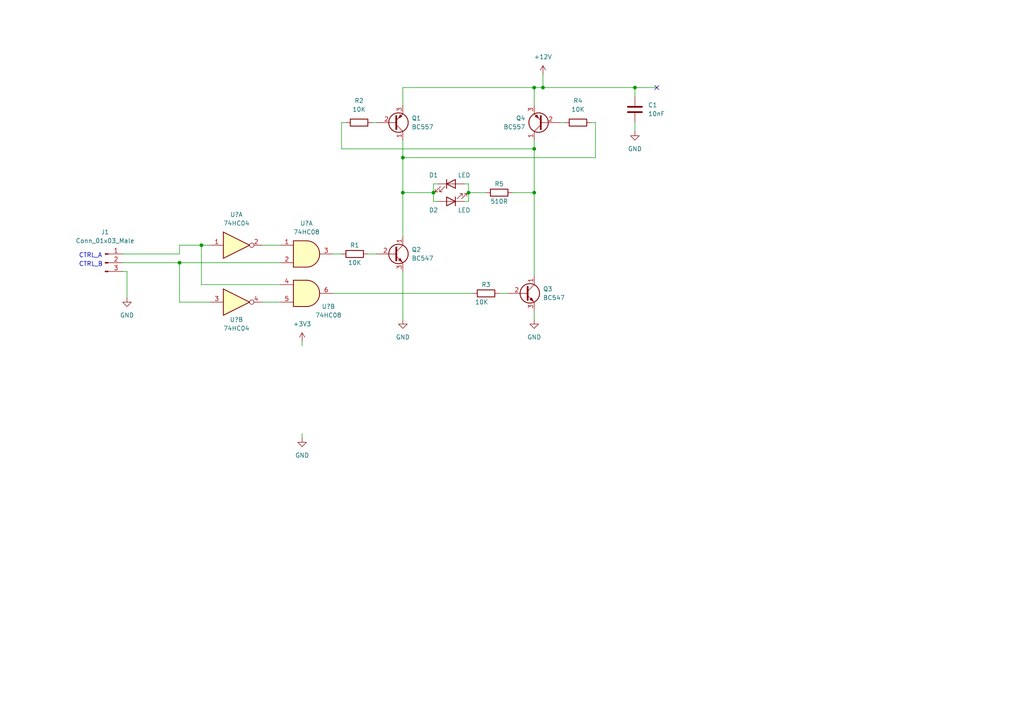
<source format=kicad_sch>
(kicad_sch (version 20211123) (generator eeschema)
  (paper "A4")
  (lib_symbols
    (symbol "74xx:74HC04"
      (property "Reference" "U" (at 0 1.27 0))
      (property "Value" "74HC04" (at 0 -1.27 0))
      (symbol "74HC04_1_0"
        (polyline (pts (xy -3.81 3.81) (xy -3.81 -3.81) (xy 3.81 0) (xy -3.81 3.81)) (stroke (width 0.254)) (fill (type background)))
        (pin input line (at -7.62 0 0) (length 3.81) (name "~") (number "1"))
        (pin output inverted (at 7.62 0 180) (length 3.81) (name "~") (number "2"))
      )
      (symbol "74HC04_2_0"
        (polyline (pts (xy -3.81 3.81) (xy -3.81 -3.81) (xy 3.81 0) (xy -3.81 3.81)) (stroke (width 0.254)) (fill (type background)))
        (pin input line (at -7.62 0 0) (length 3.81) (name "~") (number "3"))
        (pin output inverted (at 7.62 0 180) (length 3.81) (name "~") (number "4"))
      )
      (symbol "74HC04_3_0"
        (polyline (pts (xy -3.81 3.81) (xy -3.81 -3.81) (xy 3.81 0) (xy -3.81 3.81)) (stroke (width 0.254)) (fill (type background)))
        (pin input line (at -7.62 0 0) (length 3.81) (name "~") (number "5"))
        (pin output inverted (at 7.62 0 180) (length 3.81) (name "~") (number "6"))
      )
      (symbol "74HC04_4_0"
        (polyline (pts (xy -3.81 3.81) (xy -3.81 -3.81) (xy 3.81 0) (xy -3.81 3.81)) (stroke (width 0.254)) (fill (type background)))
        (pin output inverted (at 7.62 0 180) (length 3.81) (name "~") (number "8"))
        (pin input line (at -7.62 0 0) (length 3.81) (name "~") (number "9"))
      )
      (symbol "74HC04_5_0"
        (polyline (pts (xy -3.81 3.81) (xy -3.81 -3.81) (xy 3.81 0) (xy -3.81 3.81)) (stroke (width 0.254)) (fill (type background)))
        (pin output inverted (at 7.62 0 180) (length 3.81) (name "~") (number "10"))
        (pin input line (at -7.62 0 0) (length 3.81) (name "~") (number "11"))
      )
      (symbol "74HC04_6_0"
        (polyline (pts (xy -3.81 3.81) (xy -3.81 -3.81) (xy 3.81 0) (xy -3.81 3.81)) (stroke (width 0.254)) (fill (type background)))
        (pin output inverted (at 7.62 0 180) (length 3.81) (name "~") (number "12"))
        (pin input line (at -7.62 0 0) (length 3.81) (name "~") (number "13"))
      )
      (symbol "74HC04_7_0"
        (pin power_in line (at 0 12.7 270) (length 5.08) (name "VCC") (number "14"))
        (pin power_in line (at 0 -12.7 90) (length 5.08) (name "GND") (number "7"))
      )
      (symbol "74HC04_7_1"
        (rectangle (start -5.08 7.62) (end 5.08 -7.62) (stroke (width 0.254)) (fill (type background)))
      )
    )
    (symbol "74xx:74LS08" (pin_names (offset 1.016))
      (property "Reference" "U" (at 0 1.27 0))
      (property "Value" "74LS08" (at 0 -1.27 0))
      (symbol "74LS08_1_1"
        (arc (start 0 -3.81) (mid 3.81 0) (end 0 3.81) (stroke (width 0.254)) (fill (type background)))
        (polyline (pts (xy 0 3.81) (xy -3.81 3.81) (xy -3.81 -3.81) (xy 0 -3.81)) (stroke (width 0.254)) (fill (type background)))
        (pin input line (at -7.62 2.54 0) (length 3.81) (name "~") (number "1"))
        (pin input line (at -7.62 -2.54 0) (length 3.81) (name "~") (number "2"))
        (pin output line (at 7.62 0 180) (length 3.81) (name "~") (number "3"))
      )
      (symbol "74LS08_1_2"
        (arc (start -3.81 -3.81) (mid -2.589 0) (end -3.81 3.81) (stroke (width 0.254)))
        (arc (start -0.6096 -3.81) (mid 2.1855 -2.584) (end 3.81 0) (stroke (width 0.254)) (fill (type background)))
        (polyline (pts (xy -3.81 -3.81) (xy -0.635 -3.81)) (stroke (width 0.254)) (fill (type background)))
        (polyline (pts (xy -3.81 3.81) (xy -0.635 3.81)) (stroke (width 0.254)) (fill (type background)))
        (polyline (pts (xy -0.635 3.81) (xy -3.81 3.81) (xy -3.81 3.81) (xy -3.556 3.4036) (xy -3.0226 2.2606) (xy -2.6924 1.0414) (xy -2.6162 -0.254) (xy -2.7686 -1.4986) (xy -3.175 -2.7178) (xy -3.81 -3.81) (xy -3.81 -3.81) (xy -0.635 -3.81)) (stroke (width -25.4)) (fill (type background)))
        (arc (start 3.81 0) (mid 2.1928 2.5925) (end -0.6096 3.81) (stroke (width 0.254)) (fill (type background)))
        (pin input inverted (at -7.62 2.54 0) (length 4.318) (name "~") (number "1"))
        (pin input inverted (at -7.62 -2.54 0) (length 4.318) (name "~") (number "2"))
        (pin output inverted (at 7.62 0 180) (length 3.81) (name "~") (number "3"))
      )
      (symbol "74LS08_2_1"
        (arc (start 0 -3.81) (mid 3.81 0) (end 0 3.81) (stroke (width 0.254)) (fill (type background)))
        (polyline (pts (xy 0 3.81) (xy -3.81 3.81) (xy -3.81 -3.81) (xy 0 -3.81)) (stroke (width 0.254)) (fill (type background)))
        (pin input line (at -7.62 2.54 0) (length 3.81) (name "~") (number "4"))
        (pin input line (at -7.62 -2.54 0) (length 3.81) (name "~") (number "5"))
        (pin output line (at 7.62 0 180) (length 3.81) (name "~") (number "6"))
      )
      (symbol "74LS08_2_2"
        (arc (start -3.81 -3.81) (mid -2.589 0) (end -3.81 3.81) (stroke (width 0.254)))
        (arc (start -0.6096 -3.81) (mid 2.1855 -2.584) (end 3.81 0) (stroke (width 0.254)) (fill (type background)))
        (polyline (pts (xy -3.81 -3.81) (xy -0.635 -3.81)) (stroke (width 0.254)) (fill (type background)))
        (polyline (pts (xy -3.81 3.81) (xy -0.635 3.81)) (stroke (width 0.254)) (fill (type background)))
        (polyline (pts (xy -0.635 3.81) (xy -3.81 3.81) (xy -3.81 3.81) (xy -3.556 3.4036) (xy -3.0226 2.2606) (xy -2.6924 1.0414) (xy -2.6162 -0.254) (xy -2.7686 -1.4986) (xy -3.175 -2.7178) (xy -3.81 -3.81) (xy -3.81 -3.81) (xy -0.635 -3.81)) (stroke (width -25.4)) (fill (type background)))
        (arc (start 3.81 0) (mid 2.1928 2.5925) (end -0.6096 3.81) (stroke (width 0.254)) (fill (type background)))
        (pin input inverted (at -7.62 2.54 0) (length 4.318) (name "~") (number "4"))
        (pin input inverted (at -7.62 -2.54 0) (length 4.318) (name "~") (number "5"))
        (pin output inverted (at 7.62 0 180) (length 3.81) (name "~") (number "6"))
      )
      (symbol "74LS08_3_1"
        (arc (start 0 -3.81) (mid 3.81 0) (end 0 3.81) (stroke (width 0.254)) (fill (type background)))
        (polyline (pts (xy 0 3.81) (xy -3.81 3.81) (xy -3.81 -3.81) (xy 0 -3.81)) (stroke (width 0.254)) (fill (type background)))
        (pin input line (at -7.62 -2.54 0) (length 3.81) (name "~") (number "10"))
        (pin output line (at 7.62 0 180) (length 3.81) (name "~") (number "8"))
        (pin input line (at -7.62 2.54 0) (length 3.81) (name "~") (number "9"))
      )
      (symbol "74LS08_3_2"
        (arc (start -3.81 -3.81) (mid -2.589 0) (end -3.81 3.81) (stroke (width 0.254)))
        (arc (start -0.6096 -3.81) (mid 2.1855 -2.584) (end 3.81 0) (stroke (width 0.254)) (fill (type background)))
        (polyline (pts (xy -3.81 -3.81) (xy -0.635 -3.81)) (stroke (width 0.254)) (fill (type background)))
        (polyline (pts (xy -3.81 3.81) (xy -0.635 3.81)) (stroke (width 0.254)) (fill (type background)))
        (polyline (pts (xy -0.635 3.81) (xy -3.81 3.81) (xy -3.81 3.81) (xy -3.556 3.4036) (xy -3.0226 2.2606) (xy -2.6924 1.0414) (xy -2.6162 -0.254) (xy -2.7686 -1.4986) (xy -3.175 -2.7178) (xy -3.81 -3.81) (xy -3.81 -3.81) (xy -0.635 -3.81)) (stroke (width -25.4)) (fill (type background)))
        (arc (start 3.81 0) (mid 2.1928 2.5925) (end -0.6096 3.81) (stroke (width 0.254)) (fill (type background)))
        (pin input inverted (at -7.62 -2.54 0) (length 4.318) (name "~") (number "10"))
        (pin output inverted (at 7.62 0 180) (length 3.81) (name "~") (number "8"))
        (pin input inverted (at -7.62 2.54 0) (length 4.318) (name "~") (number "9"))
      )
      (symbol "74LS08_4_1"
        (arc (start 0 -3.81) (mid 3.81 0) (end 0 3.81) (stroke (width 0.254)) (fill (type background)))
        (polyline (pts (xy 0 3.81) (xy -3.81 3.81) (xy -3.81 -3.81) (xy 0 -3.81)) (stroke (width 0.254)) (fill (type background)))
        (pin output line (at 7.62 0 180) (length 3.81) (name "~") (number "11"))
        (pin input line (at -7.62 2.54 0) (length 3.81) (name "~") (number "12"))
        (pin input line (at -7.62 -2.54 0) (length 3.81) (name "~") (number "13"))
      )
      (symbol "74LS08_4_2"
        (arc (start -3.81 -3.81) (mid -2.589 0) (end -3.81 3.81) (stroke (width 0.254)))
        (arc (start -0.6096 -3.81) (mid 2.1855 -2.584) (end 3.81 0) (stroke (width 0.254)) (fill (type background)))
        (polyline (pts (xy -3.81 -3.81) (xy -0.635 -3.81)) (stroke (width 0.254)) (fill (type background)))
        (polyline (pts (xy -3.81 3.81) (xy -0.635 3.81)) (stroke (width 0.254)) (fill (type background)))
        (polyline (pts (xy -0.635 3.81) (xy -3.81 3.81) (xy -3.81 3.81) (xy -3.556 3.4036) (xy -3.0226 2.2606) (xy -2.6924 1.0414) (xy -2.6162 -0.254) (xy -2.7686 -1.4986) (xy -3.175 -2.7178) (xy -3.81 -3.81) (xy -3.81 -3.81) (xy -0.635 -3.81)) (stroke (width -25.4)) (fill (type background)))
        (arc (start 3.81 0) (mid 2.1928 2.5925) (end -0.6096 3.81) (stroke (width 0.254)) (fill (type background)))
        (pin output inverted (at 7.62 0 180) (length 3.81) (name "~") (number "11"))
        (pin input inverted (at -7.62 2.54 0) (length 4.318) (name "~") (number "12"))
        (pin input inverted (at -7.62 -2.54 0) (length 4.318) (name "~") (number "13"))
      )
      (symbol "74LS08_5_0"
        (pin power_in line (at 0 12.7 270) (length 5.08) (name "VCC") (number "14"))
        (pin power_in line (at 0 -12.7 90) (length 5.08) (name "GND") (number "7"))
      )
      (symbol "74LS08_5_1"
        (rectangle (start -5.08 7.62) (end 5.08 -7.62) (stroke (width 0.254)) (fill (type background)))
      )
    )
    (symbol "Connector:Conn_01x03_Male" (pin_names (offset 1.016) hide)
      (property "Reference" "J" (at 0 5.08 0))
      (property "Value" "Conn_01x03_Male" (at 0 -5.08 0))
      (symbol "Conn_01x03_Male_1_1"
        (polyline (pts (xy 1.27 -2.54) (xy 0.8636 -2.54)) (stroke (width 0.1524)))
        (polyline (pts (xy 1.27 0) (xy 0.8636 0)) (stroke (width 0.1524)))
        (polyline (pts (xy 1.27 2.54) (xy 0.8636 2.54)) (stroke (width 0.1524)))
        (rectangle (start 0.8636 -2.413) (end 0 -2.667) (stroke (width 0.1524)) (fill (type outline)))
        (rectangle (start 0.8636 0.127) (end 0 -0.127) (stroke (width 0.1524)) (fill (type outline)))
        (rectangle (start 0.8636 2.667) (end 0 2.413) (stroke (width 0.1524)) (fill (type outline)))
        (pin passive line (at 5.08 2.54 180) (length 3.81) (name "Pin_1") (number "1"))
        (pin passive line (at 5.08 0 180) (length 3.81) (name "Pin_2") (number "2"))
        (pin passive line (at 5.08 -2.54 180) (length 3.81) (name "Pin_3") (number "3"))
      )
    )
    (symbol "Device:C" (pin_numbers hide) (pin_names (offset 0.254))
      (property "Reference" "C" (at 0.635 2.54 0))
      (property "Value" "C" (at 0.635 -2.54 0))
      (symbol "C_0_1"
        (polyline (pts (xy -2.032 -0.762) (xy 2.032 -0.762)) (stroke (width 0.508)))
        (polyline (pts (xy -2.032 0.762) (xy 2.032 0.762)) (stroke (width 0.508)))
      )
      (symbol "C_1_1"
        (pin passive line (at 0 3.81 270) (length 2.794) (name "~") (number "1"))
        (pin passive line (at 0 -3.81 90) (length 2.794) (name "~") (number "2"))
      )
    )
    (symbol "Device:LED" (pin_numbers hide) (pin_names (offset 1.016) hide)
      (property "Reference" "D" (at 0 2.54 0))
      (property "Value" "LED" (at 0 -2.54 0))
      (symbol "LED_0_1"
        (polyline (pts (xy -1.27 -1.27) (xy -1.27 1.27)) (stroke (width 0.254)))
        (polyline (pts (xy -1.27 0) (xy 1.27 0)))
        (polyline (pts (xy 1.27 -1.27) (xy 1.27 1.27) (xy -1.27 0) (xy 1.27 -1.27)) (stroke (width 0.254)))
        (polyline (pts (xy -3.048 -0.762) (xy -4.572 -2.286) (xy -3.81 -2.286) (xy -4.572 -2.286) (xy -4.572 -1.524)))
        (polyline (pts (xy -1.778 -0.762) (xy -3.302 -2.286) (xy -2.54 -2.286) (xy -3.302 -2.286) (xy -3.302 -1.524)))
      )
      (symbol "LED_1_1"
        (pin passive line (at -3.81 0 0) (length 2.54) (name "K") (number "1"))
        (pin passive line (at 3.81 0 180) (length 2.54) (name "A") (number "2"))
      )
    )
    (symbol "Device:R" (pin_numbers hide) (pin_names (offset 0))
      (property "Reference" "R" (at 2.032 0 90))
      (property "Value" "R" (at 0 0 90))
      (symbol "R_0_1"
        (rectangle (start -1.016 -2.54) (end 1.016 2.54) (stroke (width 0.254)))
      )
      (symbol "R_1_1"
        (pin passive line (at 0 3.81 270) (length 1.27) (name "~") (number "1"))
        (pin passive line (at 0 -3.81 90) (length 1.27) (name "~") (number "2"))
      )
    )
    (symbol "Transistor_BJT:BC547" (pin_names (offset 0) hide)
      (property "Reference" "Q" (at 5.08 1.905 0))
      (property "Value" "BC547" (at 5.08 0 0))
      (symbol "BC547_0_1"
        (polyline (pts (xy 0 0) (xy 0.635 0)))
        (polyline (pts (xy 0.635 0.635) (xy 2.54 2.54)))
        (polyline (pts (xy 0.635 -0.635) (xy 2.54 -2.54) (xy 2.54 -2.54)))
        (polyline (pts (xy 0.635 1.905) (xy 0.635 -1.905) (xy 0.635 -1.905)) (stroke (width 0.508)))
        (polyline (pts (xy 1.27 -1.778) (xy 1.778 -1.27) (xy 2.286 -2.286) (xy 1.27 -1.778) (xy 1.27 -1.778)) (fill (type outline)))
        (circle (center 1.27 0) (radius 2.8194) (stroke (width 0.254)))
      )
      (symbol "BC547_1_1"
        (pin passive line (at 2.54 5.08 270) (length 2.54) (name "C") (number "1"))
        (pin input line (at -5.08 0 0) (length 5.08) (name "B") (number "2"))
        (pin passive line (at 2.54 -5.08 90) (length 2.54) (name "E") (number "3"))
      )
    )
    (symbol "Transistor_BJT:BC557" (pin_names (offset 0) hide)
      (property "Reference" "Q" (at 5.08 1.905 0))
      (property "Value" "BC557" (at 5.08 0 0))
      (symbol "BC557_0_1"
        (polyline (pts (xy 0.635 0.635) (xy 2.54 2.54)))
        (polyline (pts (xy 0.635 -0.635) (xy 2.54 -2.54) (xy 2.54 -2.54)))
        (polyline (pts (xy 0.635 1.905) (xy 0.635 -1.905) (xy 0.635 -1.905)) (stroke (width 0.508)))
        (polyline (pts (xy 2.286 -1.778) (xy 1.778 -2.286) (xy 1.27 -1.27) (xy 2.286 -1.778) (xy 2.286 -1.778)) (fill (type outline)))
        (circle (center 1.27 0) (radius 2.8194) (stroke (width 0.254)))
      )
      (symbol "BC557_1_1"
        (pin passive line (at 2.54 5.08 270) (length 2.54) (name "C") (number "1"))
        (pin input line (at -5.08 0 0) (length 5.715) (name "B") (number "2"))
        (pin passive line (at 2.54 -5.08 90) (length 2.54) (name "E") (number "3"))
      )
    )
    (symbol "power:+12V" (power) (pin_names (offset 0))
      (property "Value" "+12V" (at 0 3.556 0))
      (symbol "+12V_0_1"
        (polyline (pts (xy -0.762 1.27) (xy 0 2.54)))
        (polyline (pts (xy 0 0) (xy 0 2.54)))
        (polyline (pts (xy 0 2.54) (xy 0.762 1.27)))
      )
      (symbol "+12V_1_1"
        (pin power_in line (at 0 0 90) (length 0) hide (name "+12V") (number "1"))
      )
    )
    (symbol "power:+3.3V" (power) (pin_names (offset 0))
      (property "Value" "+3.3V" (at 0 3.556 0))
      (symbol "+3.3V_0_1"
        (polyline (pts (xy -0.762 1.27) (xy 0 2.54)))
        (polyline (pts (xy 0 0) (xy 0 2.54)))
        (polyline (pts (xy 0 2.54) (xy 0.762 1.27)))
      )
      (symbol "+3.3V_1_1"
        (pin power_in line (at 0 0 90) (length 0) hide (name "+3V3") (number "1"))
      )
    )
    (symbol "power:GND" (power) (pin_names (offset 0))
      (property "Value" "GND" (at 0 -3.81 0))
      (symbol "GND_0_1"
        (polyline (pts (xy 0 0) (xy 0 -1.27) (xy 1.27 -1.27) (xy 0 -2.54) (xy -1.27 -1.27) (xy 0 -1.27)))
      )
      (symbol "GND_1_1"
        (pin power_in line (at 0 0 270) (length 0) hide (name "GND") (number "1"))
      )
    )
  )
  (junction (at 154.94 43.18))
  (junction (at 135.89 55.88))
  (junction (at 184.15 25.4))
  (junction (at 154.94 25.4))
  (junction (at 157.48 25.4))
  (junction (at 125.73 55.88))
  (junction (at 116.84 55.88))
  (junction (at 58.42 71.12))
  (junction (at 154.94 55.88))
  (junction (at 52.07 76.2))
  (junction (at 116.84 45.72))
  (no_connect (at 190.5 25.4))
  (wire (pts (xy 154.94 25.4) (xy 154.94 30.48)))
  (wire (pts (xy 52.07 71.12) (xy 52.07 73.66)))
  (wire (pts (xy 184.15 35.56) (xy 184.15 38.1)))
  (wire (pts (xy 100.33 35.56) (xy 99.06 35.56)))
  (wire (pts (xy 154.94 40.64) (xy 154.94 43.18)))
  (wire (pts (xy 35.56 76.2) (xy 52.07 76.2)))
  (wire (pts (xy 154.94 90.17) (xy 154.94 92.71)))
  (wire (pts (xy 99.06 43.18) (xy 154.94 43.18)))
  (wire (pts (xy 154.94 25.4) (xy 157.48 25.4)))
  (wire (pts (xy 125.73 55.88) (xy 125.73 58.42)))
  (wire (pts (xy 52.07 71.12) (xy 58.42 71.12)))
  (wire (pts (xy 81.28 82.55) (xy 58.42 82.55)))
  (wire (pts (xy 135.89 55.88) (xy 135.89 58.42)))
  (wire (pts (xy 96.52 73.66) (xy 99.06 73.66)))
  (wire (pts (xy 172.72 35.56) (xy 172.72 45.72)))
  (wire (pts (xy 184.15 27.94) (xy 184.15 25.4)))
  (wire (pts (xy 157.48 25.4) (xy 184.15 25.4)))
  (wire (pts (xy 125.73 53.34) (xy 127 53.34)))
  (wire (pts (xy 148.59 55.88) (xy 154.94 55.88)))
  (wire (pts (xy 87.63 99.06) (xy 87.63 100.33)))
  (wire (pts (xy 87.63 125.73) (xy 87.63 127)))
  (wire (pts (xy 36.83 86.36) (xy 36.83 78.74)))
  (wire (pts (xy 184.15 25.4) (xy 190.5 25.4)))
  (wire (pts (xy 76.2 87.63) (xy 81.28 87.63)))
  (wire (pts (xy 35.56 78.74) (xy 36.83 78.74)))
  (wire (pts (xy 162.56 35.56) (xy 163.83 35.56)))
  (wire (pts (xy 52.07 76.2) (xy 52.07 87.63)))
  (wire (pts (xy 157.48 21.59) (xy 157.48 25.4)))
  (wire (pts (xy 125.73 55.88) (xy 125.73 53.34)))
  (wire (pts (xy 116.84 78.74) (xy 116.84 92.71)))
  (wire (pts (xy 60.96 87.63) (xy 52.07 87.63)))
  (wire (pts (xy 135.89 55.88) (xy 140.97 55.88)))
  (wire (pts (xy 35.56 73.66) (xy 52.07 73.66)))
  (wire (pts (xy 125.73 58.42) (xy 127 58.42)))
  (wire (pts (xy 144.78 85.09) (xy 147.32 85.09)))
  (wire (pts (xy 76.2 71.12) (xy 81.28 71.12)))
  (wire (pts (xy 135.89 53.34) (xy 135.89 55.88)))
  (wire (pts (xy 99.06 35.56) (xy 99.06 43.18)))
  (wire (pts (xy 58.42 71.12) (xy 58.42 82.55)))
  (wire (pts (xy 116.84 45.72) (xy 116.84 55.88)))
  (wire (pts (xy 172.72 45.72) (xy 116.84 45.72)))
  (wire (pts (xy 116.84 55.88) (xy 125.73 55.88)))
  (wire (pts (xy 96.52 85.09) (xy 137.16 85.09)))
  (wire (pts (xy 116.84 25.4) (xy 116.84 30.48)))
  (wire (pts (xy 154.94 43.18) (xy 154.94 55.88)))
  (wire (pts (xy 58.42 71.12) (xy 60.96 71.12)))
  (wire (pts (xy 154.94 55.88) (xy 154.94 80.01)))
  (wire (pts (xy 116.84 55.88) (xy 116.84 68.58)))
  (wire (pts (xy 116.84 40.64) (xy 116.84 45.72)))
  (wire (pts (xy 116.84 25.4) (xy 154.94 25.4)))
  (wire (pts (xy 106.68 73.66) (xy 109.22 73.66)))
  (wire (pts (xy 134.62 58.42) (xy 135.89 58.42)))
  (wire (pts (xy 134.62 53.34) (xy 135.89 53.34)))
  (wire (pts (xy 171.45 35.56) (xy 172.72 35.56)))
  (wire (pts (xy 52.07 76.2) (xy 81.28 76.2)))
  (wire (pts (xy 107.95 35.56) (xy 109.22 35.56)))
  (text "CTRL_B" (at 22.86 77.47 0) (effects (font (size 1.27 1.27)) (justify left bottom)))
  (text "CTRL_A" (at 22.86 74.93 0) (effects (font (size 1.27 1.27)) (justify left bottom)))
  (symbol (lib_id "Transistor_BJT:BC547") (at 114.3 73.66 0) (unit 1)
    (property "Reference" "Q2" (at 119.38 72.3899 0) (effects (justify left)))
    (property "Value" "BC547" (at 119.38 74.9299 0) (effects (justify left)))
    (property "Footprint" "Package_TO_SOT_THT:TO-92_Inline" (effects hide))
    (property "Datasheet" "https://www.onsemi.com/pub/Collateral/BC550-D.pdf" (effects hide))
  )
  (symbol (lib_id "Device:R") (at 167.64 35.56 270) (unit 1)
    (property "Reference" "R4" (at 167.64 29.21 90))
    (property "Value" "10K" (at 167.64 31.75 90))
  )
  (symbol (lib_id "74xx:74LS08") (at 88.9 85.09 0) (unit 2)
    (property "Reference" "U?" (at 95.25 88.9 0))
    (property "Value" "74HC08" (at 95.25 91.44 0))
    (property "Datasheet" "http://www.ti.com/lit/gpn/sn74LS08" (effects hide))
  )
  (symbol (lib_id "74xx:74HC04") (at 68.58 71.12 0) (unit 1)
    (property "Reference" "U?" (at 68.58 62.23 0))
    (property "Value" "74HC04" (at 68.58 64.77 0))
    (property "Datasheet" "https://assets.nexperia.com/documents/data-sheet/74HC_HCT04.pdf" (effects hide))
  )
  (symbol (lib_id "Transistor_BJT:BC557") (at 157.48 35.56 180) (unit 1)
    (property "Reference" "Q4" (at 152.4 34.2899 0) (effects (justify left)))
    (property "Value" "BC557" (at 152.4 36.8299 0) (effects (justify left)))
    (property "Footprint" "Package_TO_SOT_THT:TO-92_Inline" (effects hide))
    (property "Datasheet" "https://www.onsemi.com/pub/Collateral/BC556BTA-D.pdf" (effects hide))
  )
  (symbol (lib_id "74xx:74LS08") (at 88.9 73.66 0) (unit 1)
    (property "Reference" "U?" (at 88.9 64.77 0))
    (property "Value" "74HC08" (at 88.9 67.31 0))
    (property "Datasheet" "http://www.ti.com/lit/gpn/sn74LS08" (effects hide))
  )
  (symbol (lib_id "Device:LED") (at 130.81 53.34 0) (unit 1)
    (property "Reference" "D1" (at 125.73 50.8 0))
    (property "Value" "LED" (at 134.62 50.8 0))
  )
  (symbol (lib_id "Device:R") (at 104.14 35.56 270) (unit 1)
    (property "Reference" "R2" (at 104.14 29.21 90))
    (property "Value" "10K" (at 104.14 31.75 90))
  )
  (symbol (lib_id "Device:LED") (at 130.81 58.42 180) (unit 1)
    (property "Reference" "D2" (at 125.73 60.96 0))
    (property "Value" "LED" (at 134.62 60.96 0))
  )
  (symbol (lib_id "Device:C") (at 184.15 31.75 0) (unit 1)
    (property "Reference" "C1" (at 187.96 30.4799 0) (effects (justify left)))
    (property "Value" "10nF" (at 187.96 33.0199 0) (effects (justify left)))
  )
  (symbol (lib_id "Device:R") (at 102.87 73.66 90) (unit 1)
    (property "Reference" "R1" (at 102.87 71.12 90))
    (property "Value" "10K" (at 102.87 76.2 90))
  )
  (symbol (lib_id "Device:R") (at 140.97 85.09 90) (unit 1)
    (property "Reference" "R3" (at 140.97 82.55 90))
    (property "Value" "10K" (at 139.7 87.63 90))
  )
  (symbol (lib_id "74xx:74HC04") (at 68.58 87.63 0) (unit 2)
    (property "Reference" "U?" (at 68.58 92.71 0))
    (property "Value" "74HC04" (at 68.58 95.25 0))
    (property "Datasheet" "https://assets.nexperia.com/documents/data-sheet/74HC_HCT04.pdf" (effects hide))
  )
  (symbol (lib_id "power:GND") (at 87.63 127 0) (unit 1)
    (property "Reference" "#PWR?" (effects hide))
    (property "Value" "GND" (at 87.63 132.08 0))
  )
  (symbol (lib_id "power:GND") (at 36.83 86.36 0) (unit 1)
    (property "Reference" "#PWR01" (effects hide))
    (property "Value" "GND" (at 36.83 91.44 0))
  )
  (symbol (lib_id "power:GND") (at 184.15 38.1 0) (unit 1)
    (property "Reference" "#PWR05" (effects hide))
    (property "Value" "GND" (at 184.15 43.18 0))
  )
  (symbol (lib_id "Device:R") (at 144.78 55.88 90) (unit 1)
    (property "Reference" "R5" (at 144.78 53.34 90))
    (property "Value" "510R" (at 144.78 58.42 90))
  )
  (symbol (lib_id "power:+12V") (at 157.48 21.59 0) (unit 1)
    (property "Reference" "#PWR04" (effects hide))
    (property "Value" "+12V" (at 157.48 16.51 0))
  )
  (symbol (lib_id "power:GND") (at 154.94 92.71 0) (unit 1)
    (property "Reference" "#PWR03" (effects hide))
    (property "Value" "GND" (at 154.94 97.79 0))
  )
  (symbol (lib_id "power:GND") (at 116.84 92.71 0) (unit 1)
    (property "Reference" "#PWR02" (effects hide))
    (property "Value" "GND" (at 116.84 97.79 0))
  )
  (symbol (lib_id "Transistor_BJT:BC557") (at 114.3 35.56 0) (mirror x) (unit 1)
    (property "Reference" "Q1" (at 119.38 34.2899 0) (effects (justify left)))
    (property "Value" "BC557" (at 119.38 36.8299 0) (effects (justify left)))
    (property "Footprint" "Package_TO_SOT_THT:TO-92_Inline" (effects hide))
    (property "Datasheet" "https://www.onsemi.com/pub/Collateral/BC556BTA-D.pdf" (effects hide))
  )
  (symbol (lib_id "power:+3.3V") (at 87.63 99.06 0) (unit 1)
    (property "Reference" "#PWR?" (effects hide))
    (property "Value" "+3.3V" (at 87.63 93.98 0))
  )
  (symbol (lib_id "Connector:Conn_01x03_Male") (at 30.48 76.2 0) (unit 1)
    (property "Reference" "J1" (at 30.48 67.31 0))
    (property "Value" "Conn_01x03_Male" (at 30.48 69.85 0))
  )
  (symbol (lib_id "Transistor_BJT:BC547") (at 152.4 85.09 0) (unit 1)
    (property "Reference" "Q3" (at 157.48 83.8199 0) (effects (justify left)))
    (property "Value" "BC547" (at 157.48 86.3599 0) (effects (justify left)))
    (property "Footprint" "Package_TO_SOT_THT:TO-92_Inline" (effects hide))
    (property "Datasheet" "https://www.onsemi.com/pub/Collateral/BC550-D.pdf" (effects hide))
  )
)
</source>
